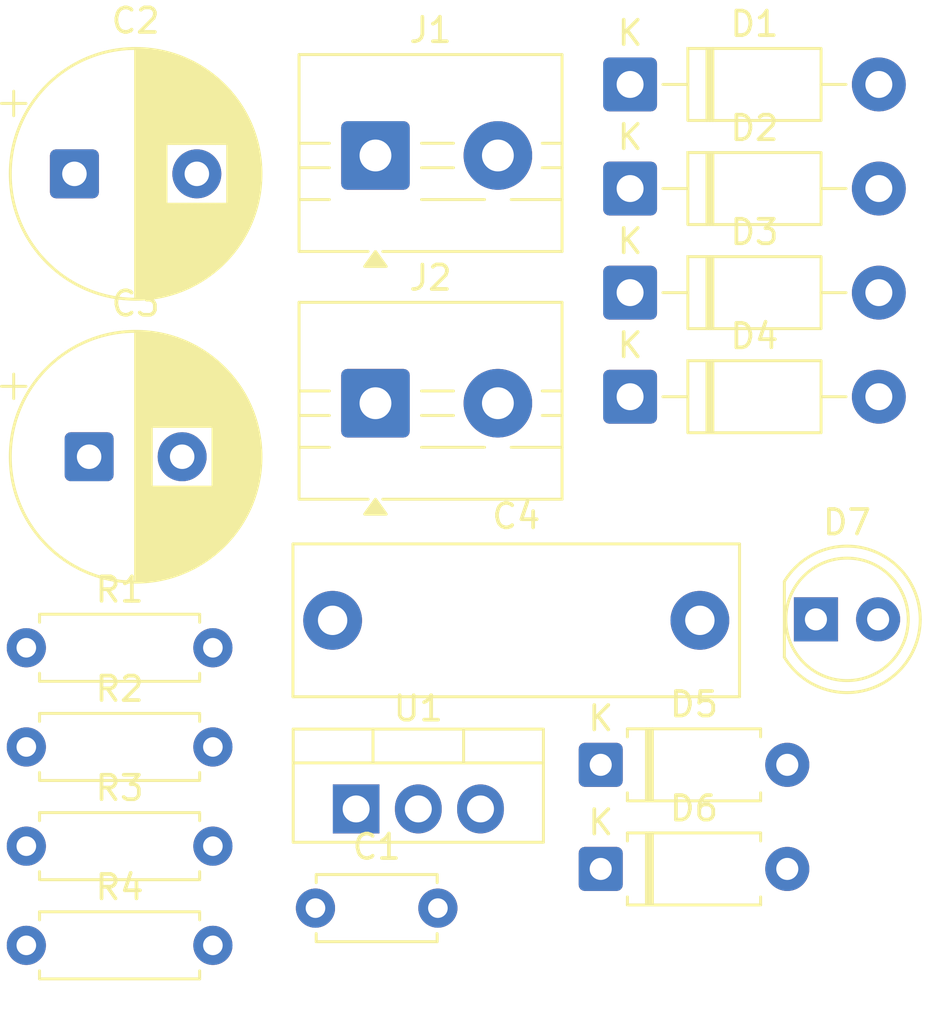
<source format=kicad_pcb>
(kicad_pcb (version 20241229) (generator "pcbnew") (generator_version "9.0")
  (layers (0 "F.Cu" signal) (2 "B.Cu" signal) (13 "F.Paste" user) (15 "B.Paste" user) (5 "F.SilkS" user "F.Silkscreen") (7 "B.SilkS" user "B.Silkscreen") (1 "F.Mask" user) (3 "B.Mask" user) (25 "Edge.Cuts" user))
  (net 0 "")
  (net 1 "Net-(D1-K)")
  (net 2 "GND")
  (net 3 "/5V")
  (net 4 "Net-(J1-Pin_2)")
  (net 5 "Net-(D1-A)")
  (net 6 "Net-(D3-A)")
  (net 7 "Net-(D5-A)")
  (net 8 "Net-(D6-A)")
  (net 9 "Net-(D7-A)")
  (footprint "Package_TO_SOT_THT:TO-220-3_Vertical" (layer "F.Cu") (at 180.49 118.45)
    (property "Reference" "U1" (at 2.54 -4.1 0) (layer "F.SilkS"))
    (property "Value" "LM7805_TO220")
    (pad "1" thru_hole rect (at 0 0) (size 1.905 2) (drill 1.1) (layers "*.Cu" "*.Mask") (net 1 "Net-(D1-K)"))
    (pad "2" thru_hole oval (at 2.54 0) (size 1.905 2) (drill 1.1) (layers "*.Cu" "*.Mask") (net 2 "GND"))
    (pad "3" thru_hole oval (at 5.08 0) (size 1.905 2) (drill 1.1) (layers "*.Cu" "*.Mask") (net 3 "/5V"))
  )
  (footprint "LED_THT:LED_D5.0mm" (layer "F.Cu") (at 199.27 110.71)
    (property "Reference" "D7" (at 1.27 -3.96 0) (layer "F.SilkS"))
    (property "Value" "LED")
    (pad "1" thru_hole rect (at 0 0) (size 1.8 1.8) (drill 0.9) (layers "*.Cu" "*.Mask") (net 2 "GND"))
    (pad "2" thru_hole circle (at 2.54 0) (size 1.8 1.8) (drill 0.9) (layers "*.Cu" "*.Mask") (net 9 "Net-(D7-A)"))
  )
  (footprint "Capacitor_THT:CP_Radial_D10.0mm_P3.80mm" (layer "F.Cu") (at 169.584646 104.07)
    (property "Reference" "C3" (at 1.9 -6.25 0) (layer "F.SilkS"))
    (property "Value" "470uF")
    (pad "1" thru_hole roundrect (at 0 0) (size 2 2) (drill 1) (layers "*.Cu" "*.Mask") (roundrect_rratio 0.125) (net 3 "/5V"))
    (pad "2" thru_hole circle (at 3.8 0) (size 2 2) (drill 1) (layers "*.Cu" "*.Mask") (net 2 "GND"))
  )
  (footprint "Resistor_THT:R_Axial_DIN0207_L6.3mm_D2.5mm_P7.62mm_Horizontal" (layer "F.Cu") (at 167.02 111.87)
    (property "Reference" "R1" (at 3.81 -2.37 0) (layer "F.SilkS"))
    (property "Value" "20k")
    (pad "1" thru_hole circle (at 0 0) (size 1.6 1.6) (drill 0.8) (layers "*.Cu" "*.Mask") (net 7 "Net-(D5-A)"))
    (pad "2" thru_hole circle (at 7.62 0) (size 1.6 1.6) (drill 0.8) (layers "*.Cu" "*.Mask") (net 2 "GND"))
  )
  (footprint "Diode_THT:D_A-405_P7.62mm_Horizontal" (layer "F.Cu") (at 190.48 120.9)
    (property "Reference" "D6" (at 3.81 -2.47 0) (layer "F.SilkS"))
    (property "Value" "D_Zener")
    (fp_text user "K" (at 0 -1.9 0) (layer "F.SilkS"))
    (pad "1" thru_hole roundrect (at 0 0) (size 1.8 1.8) (drill 0.9) (layers "*.Cu" "*.Mask") (roundrect_rratio 0.138889) (net 1 "Net-(D1-K)"))
    (pad "2" thru_hole circle (at 7.62 0) (size 1.8 1.8) (drill 0.9) (layers "*.Cu" "*.Mask") (net 8 "Net-(D6-A)"))
  )
  (footprint "Diode_THT:D_DO-41_SOD81_P10.16mm_Horizontal" (layer "F.Cu") (at 191.68 93.12)
    (property "Reference" "D2" (at 5.08 -2.47 0) (layer "F.SilkS"))
    (property "Value" "1N4007")
    (fp_text user "K" (at 0 -2.1 0) (layer "F.SilkS"))
    (pad "1" thru_hole roundrect (at 0 0) (size 2.2 2.2) (drill 1.1) (layers "*.Cu" "*.Mask") (roundrect_rratio 0.113636) (net 5 "Net-(D1-A)"))
    (pad "2" thru_hole circle (at 10.16 0) (size 2.2 2.2) (drill 1.1) (layers "*.Cu" "*.Mask") (net 2 "GND"))
  )
  (footprint "Diode_THT:D_DO-41_SOD81_P10.16mm_Horizontal" (layer "F.Cu") (at 191.68 101.62)
    (property "Reference" "D4" (at 5.08 -2.47 0) (layer "F.SilkS"))
    (property "Value" "1N4007")
    (fp_text user "K" (at 0 -2.1 0) (layer "F.SilkS"))
    (pad "1" thru_hole roundrect (at 0 0) (size 2.2 2.2) (drill 1.1) (layers "*.Cu" "*.Mask") (roundrect_rratio 0.113636) (net 6 "Net-(D3-A)"))
    (pad "2" thru_hole circle (at 10.16 0) (size 2.2 2.2) (drill 1.1) (layers "*.Cu" "*.Mask") (net 2 "GND"))
  )
  (footprint "Capacitor_THT:C_Disc_D4.7mm_W2.5mm_P5.00mm" (layer "F.Cu") (at 178.83 122.5)
    (property "Reference" "C1" (at 2.5 -2.5 0) (layer "F.SilkS"))
    (property "Value" "0.1uF")
    (pad "1" thru_hole circle (at 0 0) (size 1.6 1.6) (drill 0.8) (layers "*.Cu" "*.Mask") (net 1 "Net-(D1-K)"))
    (pad "2" thru_hole circle (at 5 0) (size 1.6 1.6) (drill 0.8) (layers "*.Cu" "*.Mask") (net 2 "GND"))
  )
  (footprint "Resistor_THT:R_Axial_DIN0207_L6.3mm_D2.5mm_P7.62mm_Horizontal" (layer "F.Cu") (at 167.02 119.97)
    (property "Reference" "R3" (at 3.81 -2.37 0) (layer "F.SilkS"))
    (property "Value" "1M")
    (pad "1" thru_hole circle (at 0 0) (size 1.6 1.6) (drill 0.8) (layers "*.Cu" "*.Mask") (net 4 "Net-(J1-Pin_2)"))
    (pad "2" thru_hole circle (at 7.62 0) (size 1.6 1.6) (drill 0.8) (layers "*.Cu" "*.Mask") (net 5 "Net-(D1-A)"))
  )
  (footprint "Resistor_THT:R_Axial_DIN0207_L6.3mm_D2.5mm_P7.62mm_Horizontal" (layer "F.Cu") (at 167.02 115.92)
    (property "Reference" "R2" (at 3.81 -2.37 0) (layer "F.SilkS"))
    (property "Value" "20k")
    (pad "1" thru_hole circle (at 0 0) (size 1.6 1.6) (drill 0.8) (layers "*.Cu" "*.Mask") (net 8 "Net-(D6-A)"))
    (pad "2" thru_hole circle (at 7.62 0) (size 1.6 1.6) (drill 0.8) (layers "*.Cu" "*.Mask") (net 2 "GND"))
  )
  (footprint "Diode_THT:D_A-405_P7.62mm_Horizontal" (layer "F.Cu") (at 190.48 116.65)
    (property "Reference" "D5" (at 3.81 -2.47 0) (layer "F.SilkS"))
    (property "Value" "D_Zener")
    (fp_text user "K" (at 0 -1.9 0) (layer "F.SilkS"))
    (pad "1" thru_hole roundrect (at 0 0) (size 1.8 1.8) (drill 0.9) (layers "*.Cu" "*.Mask") (roundrect_rratio 0.138889) (net 1 "Net-(D1-K)"))
    (pad "2" thru_hole circle (at 7.62 0) (size 1.8 1.8) (drill 0.9) (layers "*.Cu" "*.Mask") (net 7 "Net-(D5-A)"))
  )
  (footprint "Resistor_THT:R_Axial_DIN0207_L6.3mm_D2.5mm_P7.62mm_Horizontal" (layer "F.Cu") (at 167.02 124.02)
    (property "Reference" "R4" (at 3.81 -2.37 0) (layer "F.SilkS"))
    (property "Value" "2.2k")
    (pad "1" thru_hole circle (at 0 0) (size 1.6 1.6) (drill 0.8) (layers "*.Cu" "*.Mask") (net 1 "Net-(D1-K)"))
    (pad "2" thru_hole circle (at 7.62 0) (size 1.6 1.6) (drill 0.8) (layers "*.Cu" "*.Mask") (net 9 "Net-(D7-A)"))
  )
  (footprint "Diode_THT:D_DO-41_SOD81_P10.16mm_Horizontal" (layer "F.Cu") (at 191.68 88.87)
    (property "Reference" "D1" (at 5.08 -2.47 0) (layer "F.SilkS"))
    (property "Value" "1N4007")
    (fp_text user "K" (at 0 -2.1 0) (layer "F.SilkS"))
    (pad "1" thru_hole roundrect (at 0 0) (size 2.2 2.2) (drill 1.1) (layers "*.Cu" "*.Mask") (roundrect_rratio 0.113636) (net 1 "Net-(D1-K)"))
    (pad "2" thru_hole circle (at 10.16 0) (size 2.2 2.2) (drill 1.1) (layers "*.Cu" "*.Mask") (net 5 "Net-(D1-A)"))
  )
  (footprint "Capacitor_THT:CP_Radial_D10.0mm_P5.00mm" (layer "F.Cu") (at 168.984646 92.52)
    (property "Reference" "C2" (at 2.5 -6.25 0) (layer "F.SilkS"))
    (property "Value" "1000uF")
    (pad "1" thru_hole roundrect (at 0 0) (size 2 2) (drill 1) (layers "*.Cu" "*.Mask") (roundrect_rratio 0.125) (net 1 "Net-(D1-K)"))
    (pad "2" thru_hole circle (at 5 0) (size 2 2) (drill 1) (layers "*.Cu" "*.Mask") (net 2 "GND"))
  )
  (footprint "TerminalBlock:TerminalBlock_MaiXu_MX126-5.0-02P_1x02_P5.00mm" (layer "F.Cu") (at 181.28 91.77)
    (property "Reference" "J1" (at 2.25 -5.12 0) (layer "F.SilkS"))
    (property "Value" "Screw_Terminal_01x02")
    (pad "1" thru_hole roundrect (at 0 0) (size 2.8 2.8) (drill 1.3) (layers "*.Cu" "*.Mask") (roundrect_rratio 0.089286) (net 6 "Net-(D3-A)"))
    (pad "2" thru_hole circle (at 5 0) (size 2.8 2.8) (drill 1.3) (layers "*.Cu" "*.Mask") (net 4 "Net-(J1-Pin_2)"))
  )
  (footprint "TerminalBlock:TerminalBlock_MaiXu_MX126-5.0-02P_1x02_P5.00mm" (layer "F.Cu") (at 181.28 101.885)
    (property "Reference" "J2" (at 2.25 -5.12 0) (layer "F.SilkS"))
    (property "Value" "Screw_Terminal_01x02")
    (pad "1" thru_hole roundrect (at 0 0) (size 2.8 2.8) (drill 1.3) (layers "*.Cu" "*.Mask") (roundrect_rratio 0.089286) (net 3 "/5V"))
    (pad "2" thru_hole circle (at 5 0) (size 2.8 2.8) (drill 1.3) (layers "*.Cu" "*.Mask") (net 2 "GND"))
  )
  (footprint "Diode_THT:D_DO-41_SOD81_P10.16mm_Horizontal" (layer "F.Cu") (at 191.68 97.37)
    (property "Reference" "D3" (at 5.08 -2.47 0) (layer "F.SilkS"))
    (property "Value" "1N4007")
    (fp_text user "K" (at 0 -2.1 0) (layer "F.SilkS"))
    (pad "1" thru_hole roundrect (at 0 0) (size 2.2 2.2) (drill 1.1) (layers "*.Cu" "*.Mask") (roundrect_rratio 0.113636) (net 1 "Net-(D1-K)"))
    (pad "2" thru_hole circle (at 10.16 0) (size 2.2 2.2) (drill 1.1) (layers "*.Cu" "*.Mask") (net 6 "Net-(D3-A)"))
  )
  (footprint "Capacitor_THT:C_Rect_L18.0mm_W6.0mm_P15.00mm_FKS3_FKP3" (layer "F.Cu") (at 179.53 110.75)
    (property "Reference" "C4" (at 7.5 -4.25 0) (layer "F.SilkS"))
    (property "Value" "225k/2.2uF")
    (pad "1" thru_hole circle (at 0 0) (size 2.4 2.4) (drill 1.2) (layers "*.Cu" "*.Mask") (net 4 "Net-(J1-Pin_2)"))
    (pad "2" thru_hole circle (at 15 0) (size 2.4 2.4) (drill 1.2) (layers "*.Cu" "*.Mask") (net 5 "Net-(D1-A)"))
  )
)
</source>
